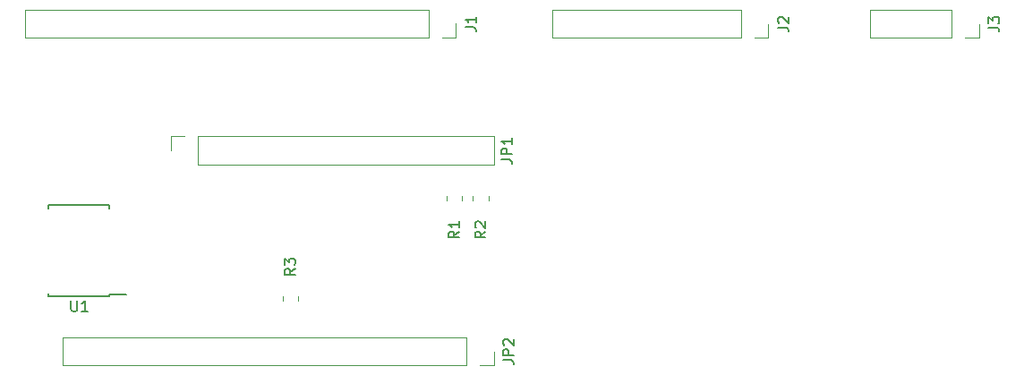
<source format=gbr>
%TF.GenerationSoftware,KiCad,Pcbnew,(6.0.1)*%
%TF.CreationDate,2023-01-23T14:34:39-05:00*%
%TF.ProjectId,blu_model_m,626c755f-6d6f-4646-956c-5f6d2e6b6963,rev?*%
%TF.SameCoordinates,PX2719c40PY3fe56c0*%
%TF.FileFunction,Legend,Top*%
%TF.FilePolarity,Positive*%
%FSLAX46Y46*%
G04 Gerber Fmt 4.6, Leading zero omitted, Abs format (unit mm)*
G04 Created by KiCad (PCBNEW (6.0.1)) date 2023-01-23 14:34:39*
%MOMM*%
%LPD*%
G01*
G04 APERTURE LIST*
%ADD10C,0.150000*%
%ADD11C,0.120000*%
G04 APERTURE END LIST*
D10*
%TO.C,JP1*%
X48952380Y-16833333D02*
X49666666Y-16833333D01*
X49809523Y-16880952D01*
X49904761Y-16976190D01*
X49952380Y-17119047D01*
X49952380Y-17214285D01*
X49952380Y-16357142D02*
X48952380Y-16357142D01*
X48952380Y-15976190D01*
X49000000Y-15880952D01*
X49047619Y-15833333D01*
X49142857Y-15785714D01*
X49285714Y-15785714D01*
X49380952Y-15833333D01*
X49428571Y-15880952D01*
X49476190Y-15976190D01*
X49476190Y-16357142D01*
X49952380Y-14833333D02*
X49952380Y-15404761D01*
X49952380Y-15119047D02*
X48952380Y-15119047D01*
X49095238Y-15214285D01*
X49190476Y-15309523D01*
X49238095Y-15404761D01*
%TO.C,JP2*%
X49122380Y-35833333D02*
X49836666Y-35833333D01*
X49979523Y-35880952D01*
X50074761Y-35976190D01*
X50122380Y-36119047D01*
X50122380Y-36214285D01*
X50122380Y-35357142D02*
X49122380Y-35357142D01*
X49122380Y-34976190D01*
X49170000Y-34880952D01*
X49217619Y-34833333D01*
X49312857Y-34785714D01*
X49455714Y-34785714D01*
X49550952Y-34833333D01*
X49598571Y-34880952D01*
X49646190Y-34976190D01*
X49646190Y-35357142D01*
X49217619Y-34404761D02*
X49170000Y-34357142D01*
X49122380Y-34261904D01*
X49122380Y-34023809D01*
X49170000Y-33928571D01*
X49217619Y-33880952D01*
X49312857Y-33833333D01*
X49408095Y-33833333D01*
X49550952Y-33880952D01*
X50122380Y-34452380D01*
X50122380Y-33833333D01*
%TO.C,J3*%
X95022380Y-4358333D02*
X95736666Y-4358333D01*
X95879523Y-4405952D01*
X95974761Y-4501190D01*
X96022380Y-4644047D01*
X96022380Y-4739285D01*
X95022380Y-3977380D02*
X95022380Y-3358333D01*
X95403333Y-3691666D01*
X95403333Y-3548809D01*
X95450952Y-3453571D01*
X95498571Y-3405952D01*
X95593809Y-3358333D01*
X95831904Y-3358333D01*
X95927142Y-3405952D01*
X95974761Y-3453571D01*
X96022380Y-3548809D01*
X96022380Y-3834523D01*
X95974761Y-3929761D01*
X95927142Y-3977380D01*
%TO.C,J2*%
X75097380Y-4358333D02*
X75811666Y-4358333D01*
X75954523Y-4405952D01*
X76049761Y-4501190D01*
X76097380Y-4644047D01*
X76097380Y-4739285D01*
X75192619Y-3929761D02*
X75145000Y-3882142D01*
X75097380Y-3786904D01*
X75097380Y-3548809D01*
X75145000Y-3453571D01*
X75192619Y-3405952D01*
X75287857Y-3358333D01*
X75383095Y-3358333D01*
X75525952Y-3405952D01*
X76097380Y-3977380D01*
X76097380Y-3358333D01*
%TO.C,J1*%
X45542380Y-4333333D02*
X46256666Y-4333333D01*
X46399523Y-4380952D01*
X46494761Y-4476190D01*
X46542380Y-4619047D01*
X46542380Y-4714285D01*
X46542380Y-3333333D02*
X46542380Y-3904761D01*
X46542380Y-3619047D02*
X45542380Y-3619047D01*
X45685238Y-3714285D01*
X45780476Y-3809523D01*
X45828095Y-3904761D01*
%TO.C,R3*%
X29452380Y-27166666D02*
X28976190Y-27500000D01*
X29452380Y-27738095D02*
X28452380Y-27738095D01*
X28452380Y-27357142D01*
X28500000Y-27261904D01*
X28547619Y-27214285D01*
X28642857Y-27166666D01*
X28785714Y-27166666D01*
X28880952Y-27214285D01*
X28928571Y-27261904D01*
X28976190Y-27357142D01*
X28976190Y-27738095D01*
X28452380Y-26833333D02*
X28452380Y-26214285D01*
X28833333Y-26547619D01*
X28833333Y-26404761D01*
X28880952Y-26309523D01*
X28928571Y-26261904D01*
X29023809Y-26214285D01*
X29261904Y-26214285D01*
X29357142Y-26261904D01*
X29404761Y-26309523D01*
X29452380Y-26404761D01*
X29452380Y-26690476D01*
X29404761Y-26785714D01*
X29357142Y-26833333D01*
%TO.C,R2*%
X47452380Y-23666666D02*
X46976190Y-24000000D01*
X47452380Y-24238095D02*
X46452380Y-24238095D01*
X46452380Y-23857142D01*
X46500000Y-23761904D01*
X46547619Y-23714285D01*
X46642857Y-23666666D01*
X46785714Y-23666666D01*
X46880952Y-23714285D01*
X46928571Y-23761904D01*
X46976190Y-23857142D01*
X46976190Y-24238095D01*
X46547619Y-23285714D02*
X46500000Y-23238095D01*
X46452380Y-23142857D01*
X46452380Y-22904761D01*
X46500000Y-22809523D01*
X46547619Y-22761904D01*
X46642857Y-22714285D01*
X46738095Y-22714285D01*
X46880952Y-22761904D01*
X47452380Y-23333333D01*
X47452380Y-22714285D01*
%TO.C,R1*%
X44952380Y-23666666D02*
X44476190Y-24000000D01*
X44952380Y-24238095D02*
X43952380Y-24238095D01*
X43952380Y-23857142D01*
X44000000Y-23761904D01*
X44047619Y-23714285D01*
X44142857Y-23666666D01*
X44285714Y-23666666D01*
X44380952Y-23714285D01*
X44428571Y-23761904D01*
X44476190Y-23857142D01*
X44476190Y-24238095D01*
X44952380Y-22714285D02*
X44952380Y-23285714D01*
X44952380Y-23000000D02*
X43952380Y-23000000D01*
X44095238Y-23095238D01*
X44190476Y-23190476D01*
X44238095Y-23285714D01*
%TO.C,U1*%
X8238095Y-30202380D02*
X8238095Y-31011904D01*
X8285714Y-31107142D01*
X8333333Y-31154761D01*
X8428571Y-31202380D01*
X8619047Y-31202380D01*
X8714285Y-31154761D01*
X8761904Y-31107142D01*
X8809523Y-31011904D01*
X8809523Y-30202380D01*
X9809523Y-31202380D02*
X9238095Y-31202380D01*
X9523809Y-31202380D02*
X9523809Y-30202380D01*
X9428571Y-30345238D01*
X9333333Y-30440476D01*
X9238095Y-30488095D01*
D11*
%TO.C,JP1*%
X17670000Y-16000000D02*
X17670000Y-14670000D01*
X20270000Y-17330000D02*
X48270000Y-17330000D01*
X48270000Y-17330000D02*
X48270000Y-14670000D01*
X20270000Y-17330000D02*
X20270000Y-14670000D01*
X20270000Y-14670000D02*
X48270000Y-14670000D01*
X17670000Y-14670000D02*
X19000000Y-14670000D01*
%TO.C,JP2*%
X45630000Y-33670000D02*
X7470000Y-33670000D01*
X45630000Y-33670000D02*
X45630000Y-36330000D01*
X45630000Y-36330000D02*
X7470000Y-36330000D01*
X7470000Y-33670000D02*
X7470000Y-36330000D01*
X48230000Y-36330000D02*
X46900000Y-36330000D01*
X48230000Y-35000000D02*
X48230000Y-36330000D01*
%TO.C,J3*%
X94130000Y-4025000D02*
X94130000Y-5355000D01*
X94130000Y-5355000D02*
X92800000Y-5355000D01*
X91530000Y-2695000D02*
X83850000Y-2695000D01*
X91530000Y-2695000D02*
X91530000Y-5355000D01*
X91530000Y-5355000D02*
X83850000Y-5355000D01*
X83850000Y-2695000D02*
X83850000Y-5355000D01*
%TO.C,J2*%
X74205000Y-5355000D02*
X72875000Y-5355000D01*
X71605000Y-2695000D02*
X71605000Y-5355000D01*
X71605000Y-5355000D02*
X53765000Y-5355000D01*
X53765000Y-2695000D02*
X53765000Y-5355000D01*
X71605000Y-2695000D02*
X53765000Y-2695000D01*
X74205000Y-4025000D02*
X74205000Y-5355000D01*
%TO.C,J1*%
X44650000Y-4000000D02*
X44650000Y-5330000D01*
X44650000Y-5330000D02*
X43320000Y-5330000D01*
X3890000Y-2670000D02*
X3890000Y-5330000D01*
X42050000Y-5330000D02*
X3890000Y-5330000D01*
X42050000Y-2670000D02*
X42050000Y-5330000D01*
X42050000Y-2670000D02*
X3890000Y-2670000D01*
%TO.C,R3*%
X29735000Y-29772936D02*
X29735000Y-30227064D01*
X28265000Y-29772936D02*
X28265000Y-30227064D01*
%TO.C,R2*%
X46265000Y-20272936D02*
X46265000Y-20727064D01*
X47735000Y-20272936D02*
X47735000Y-20727064D01*
%TO.C,R1*%
X45235000Y-20727064D02*
X45235000Y-20272936D01*
X43765000Y-20727064D02*
X43765000Y-20272936D01*
D10*
%TO.C,U1*%
X6125000Y-21175000D02*
X6125000Y-21475000D01*
X11875000Y-21175000D02*
X6125000Y-21175000D01*
X11875000Y-29600000D02*
X13475000Y-29600000D01*
X11875000Y-29825000D02*
X6125000Y-29825000D01*
X6125000Y-29825000D02*
X6125000Y-29525000D01*
X11875000Y-21175000D02*
X11875000Y-21475000D01*
X11875000Y-29825000D02*
X11875000Y-29600000D01*
%TD*%
M02*

</source>
